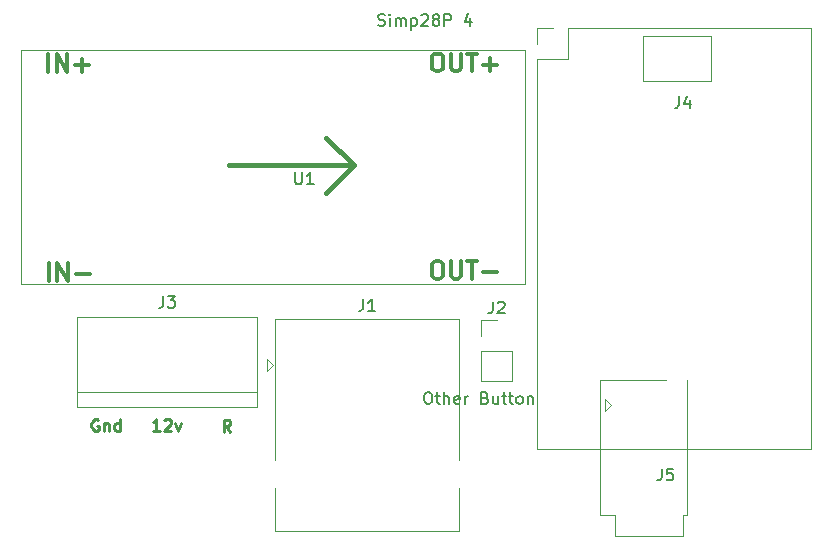
<source format=gbr>
G04 #@! TF.GenerationSoftware,KiCad,Pcbnew,(5.1.5)-3*
G04 #@! TF.CreationDate,2020-06-13T00:38:24-05:00*
G04 #@! TF.ProjectId,SimpleBuildSounds_28PinSound,53696d70-6c65-4427-9569-6c64536f756e,rev?*
G04 #@! TF.SameCoordinates,Original*
G04 #@! TF.FileFunction,Legend,Top*
G04 #@! TF.FilePolarity,Positive*
%FSLAX46Y46*%
G04 Gerber Fmt 4.6, Leading zero omitted, Abs format (unit mm)*
G04 Created by KiCad (PCBNEW (5.1.5)-3) date 2020-06-13 00:38:24*
%MOMM*%
%LPD*%
G04 APERTURE LIST*
%ADD10C,0.223800*%
%ADD11C,0.381000*%
%ADD12C,0.300000*%
%ADD13C,0.149860*%
%ADD14C,0.120000*%
%ADD15C,0.150000*%
G04 APERTURE END LIST*
D10*
X151889409Y-86121752D02*
X151550276Y-85637276D01*
X151308038Y-86121752D02*
X151308038Y-85104352D01*
X151695619Y-85104352D01*
X151792514Y-85152800D01*
X151840961Y-85201247D01*
X151889409Y-85298142D01*
X151889409Y-85443485D01*
X151840961Y-85540380D01*
X151792514Y-85588828D01*
X151695619Y-85637276D01*
X151308038Y-85637276D01*
D11*
X159956500Y-65913000D02*
X162306000Y-63563500D01*
X159956500Y-61214000D02*
X162306000Y-63563500D01*
X151765000Y-63563500D02*
X162306000Y-63563500D01*
D10*
X140696957Y-85089300D02*
X140600061Y-85040852D01*
X140454719Y-85040852D01*
X140309376Y-85089300D01*
X140212480Y-85186195D01*
X140164033Y-85283090D01*
X140115585Y-85476880D01*
X140115585Y-85622223D01*
X140164033Y-85816014D01*
X140212480Y-85912909D01*
X140309376Y-86009804D01*
X140454719Y-86058252D01*
X140551614Y-86058252D01*
X140696957Y-86009804D01*
X140745404Y-85961357D01*
X140745404Y-85622223D01*
X140551614Y-85622223D01*
X141181433Y-85379985D02*
X141181433Y-86058252D01*
X141181433Y-85476880D02*
X141229880Y-85428433D01*
X141326776Y-85379985D01*
X141472119Y-85379985D01*
X141569014Y-85428433D01*
X141617461Y-85525328D01*
X141617461Y-86058252D01*
X142537966Y-86058252D02*
X142537966Y-85040852D01*
X142537966Y-86009804D02*
X142441071Y-86058252D01*
X142247280Y-86058252D01*
X142150385Y-86009804D01*
X142101938Y-85961357D01*
X142053490Y-85864461D01*
X142053490Y-85573776D01*
X142101938Y-85476880D01*
X142150385Y-85428433D01*
X142247280Y-85379985D01*
X142441071Y-85379985D01*
X142537966Y-85428433D01*
D12*
X169275428Y-71695571D02*
X169561142Y-71695571D01*
X169704000Y-71767000D01*
X169846857Y-71909857D01*
X169918285Y-72195571D01*
X169918285Y-72695571D01*
X169846857Y-72981285D01*
X169704000Y-73124142D01*
X169561142Y-73195571D01*
X169275428Y-73195571D01*
X169132571Y-73124142D01*
X168989714Y-72981285D01*
X168918285Y-72695571D01*
X168918285Y-72195571D01*
X168989714Y-71909857D01*
X169132571Y-71767000D01*
X169275428Y-71695571D01*
X170561142Y-71695571D02*
X170561142Y-72909857D01*
X170632571Y-73052714D01*
X170704000Y-73124142D01*
X170846857Y-73195571D01*
X171132571Y-73195571D01*
X171275428Y-73124142D01*
X171346857Y-73052714D01*
X171418285Y-72909857D01*
X171418285Y-71695571D01*
X171918285Y-71695571D02*
X172775428Y-71695571D01*
X172346857Y-73195571D02*
X172346857Y-71695571D01*
X173275428Y-72624142D02*
X174418285Y-72624142D01*
X169275428Y-54106071D02*
X169561142Y-54106071D01*
X169704000Y-54177500D01*
X169846857Y-54320357D01*
X169918285Y-54606071D01*
X169918285Y-55106071D01*
X169846857Y-55391785D01*
X169704000Y-55534642D01*
X169561142Y-55606071D01*
X169275428Y-55606071D01*
X169132571Y-55534642D01*
X168989714Y-55391785D01*
X168918285Y-55106071D01*
X168918285Y-54606071D01*
X168989714Y-54320357D01*
X169132571Y-54177500D01*
X169275428Y-54106071D01*
X170561142Y-54106071D02*
X170561142Y-55320357D01*
X170632571Y-55463214D01*
X170704000Y-55534642D01*
X170846857Y-55606071D01*
X171132571Y-55606071D01*
X171275428Y-55534642D01*
X171346857Y-55463214D01*
X171418285Y-55320357D01*
X171418285Y-54106071D01*
X171918285Y-54106071D02*
X172775428Y-54106071D01*
X172346857Y-55606071D02*
X172346857Y-54106071D01*
X173275428Y-55034642D02*
X174418285Y-55034642D01*
X173846857Y-55606071D02*
X173846857Y-54463214D01*
X136461714Y-55669571D02*
X136461714Y-54169571D01*
X137176000Y-55669571D02*
X137176000Y-54169571D01*
X138033142Y-55669571D01*
X138033142Y-54169571D01*
X138747428Y-55098142D02*
X139890285Y-55098142D01*
X139318857Y-55669571D02*
X139318857Y-54526714D01*
X136525214Y-73322571D02*
X136525214Y-71822571D01*
X137239500Y-73322571D02*
X137239500Y-71822571D01*
X138096642Y-73322571D01*
X138096642Y-71822571D01*
X138810928Y-72751142D02*
X139953785Y-72751142D01*
D10*
X145913128Y-86058252D02*
X145331757Y-86058252D01*
X145622442Y-86058252D02*
X145622442Y-85040852D01*
X145525547Y-85186195D01*
X145428652Y-85283090D01*
X145331757Y-85331538D01*
X146300709Y-85137747D02*
X146349157Y-85089300D01*
X146446052Y-85040852D01*
X146688290Y-85040852D01*
X146785185Y-85089300D01*
X146833633Y-85137747D01*
X146882080Y-85234642D01*
X146882080Y-85331538D01*
X146833633Y-85476880D01*
X146252261Y-86058252D01*
X146882080Y-86058252D01*
X147221214Y-85379985D02*
X147463452Y-86058252D01*
X147705690Y-85379985D01*
D13*
X164386126Y-51712761D02*
X164528983Y-51760380D01*
X164767078Y-51760380D01*
X164862316Y-51712761D01*
X164909935Y-51665142D01*
X164957554Y-51569904D01*
X164957554Y-51474666D01*
X164909935Y-51379428D01*
X164862316Y-51331809D01*
X164767078Y-51284190D01*
X164576602Y-51236571D01*
X164481364Y-51188952D01*
X164433745Y-51141333D01*
X164386126Y-51046095D01*
X164386126Y-50950857D01*
X164433745Y-50855619D01*
X164481364Y-50808001D01*
X164576602Y-50760382D01*
X164814697Y-50760382D01*
X164957554Y-50808001D01*
X165386124Y-51760380D02*
X165386124Y-51093714D01*
X165386124Y-50760382D02*
X165338506Y-50808001D01*
X165386124Y-50855619D01*
X165433743Y-50808001D01*
X165386124Y-50760382D01*
X165386124Y-50855619D01*
X165862314Y-51760380D02*
X165862314Y-51093714D01*
X165862314Y-51188952D02*
X165909933Y-51141333D01*
X166005171Y-51093714D01*
X166148028Y-51093714D01*
X166243266Y-51141333D01*
X166290885Y-51236571D01*
X166290885Y-51760380D01*
X166290885Y-51236571D02*
X166338504Y-51141333D01*
X166433741Y-51093714D01*
X166576598Y-51093714D01*
X166671836Y-51141333D01*
X166719455Y-51236571D01*
X166719455Y-51760380D01*
X167195645Y-51093714D02*
X167195645Y-52093712D01*
X167195645Y-51141333D02*
X167290883Y-51093714D01*
X167481358Y-51093714D01*
X167576596Y-51141333D01*
X167624215Y-51188952D01*
X167671834Y-51284190D01*
X167671834Y-51569904D01*
X167624215Y-51665142D01*
X167576596Y-51712761D01*
X167481358Y-51760380D01*
X167290883Y-51760380D01*
X167195645Y-51712761D01*
X168052786Y-50855619D02*
X168100405Y-50808001D01*
X168195643Y-50760382D01*
X168433737Y-50760382D01*
X168528975Y-50808001D01*
X168576594Y-50855619D01*
X168624213Y-50950857D01*
X168624213Y-51046095D01*
X168576594Y-51188952D01*
X168005167Y-51760380D01*
X168624213Y-51760380D01*
X169195641Y-51188952D02*
X169100403Y-51141333D01*
X169052784Y-51093714D01*
X169005165Y-50998476D01*
X169005165Y-50950857D01*
X169052784Y-50855619D01*
X169100403Y-50808001D01*
X169195641Y-50760382D01*
X169386116Y-50760382D01*
X169481354Y-50808001D01*
X169528973Y-50855619D01*
X169576592Y-50950857D01*
X169576592Y-50998476D01*
X169528973Y-51093714D01*
X169481354Y-51141333D01*
X169386116Y-51188952D01*
X169195641Y-51188952D01*
X169100403Y-51236571D01*
X169052784Y-51284190D01*
X169005165Y-51379428D01*
X169005165Y-51569904D01*
X169052784Y-51665142D01*
X169100403Y-51712761D01*
X169195641Y-51760380D01*
X169386116Y-51760380D01*
X169481354Y-51712761D01*
X169528973Y-51665142D01*
X169576592Y-51569904D01*
X169576592Y-51379428D01*
X169528973Y-51284190D01*
X169481354Y-51236571D01*
X169386116Y-51188952D01*
X170005163Y-51760380D02*
X170005163Y-50760382D01*
X170386114Y-50760382D01*
X170481352Y-50808001D01*
X170528971Y-50855619D01*
X170576590Y-50950857D01*
X170576590Y-51093714D01*
X170528971Y-51188952D01*
X170481352Y-51236571D01*
X170386114Y-51284190D01*
X170005163Y-51284190D01*
X172195635Y-51093714D02*
X172195635Y-51760380D01*
X171957540Y-50712763D02*
X171719445Y-51427047D01*
X172338492Y-51427047D01*
D14*
X171209000Y-76574500D02*
X171209000Y-88514500D01*
X171208700Y-90890200D02*
X171208700Y-94530200D01*
X155689000Y-76574500D02*
X155689000Y-88514500D01*
X171209000Y-76574500D02*
X155689000Y-76574500D01*
X155689000Y-90894500D02*
X155689000Y-94534500D01*
X155689000Y-94534500D02*
X171209000Y-94534500D01*
X155504000Y-80454500D02*
X155004000Y-79954500D01*
X155004000Y-79954500D02*
X155004000Y-80954500D01*
X155004000Y-80954500D02*
X155504000Y-80454500D01*
X186817000Y-56451500D02*
X186817000Y-52641500D01*
X192532000Y-56451500D02*
X186817000Y-56451500D01*
X192532000Y-52641500D02*
X192532000Y-56451500D01*
X186817000Y-52641500D02*
X192532000Y-52641500D01*
X177867000Y-51946500D02*
X179197000Y-51946500D01*
X177867000Y-53276500D02*
X177867000Y-51946500D01*
X180467000Y-51946500D02*
X201067000Y-51946500D01*
X180467000Y-54546500D02*
X180467000Y-51946500D01*
X177867000Y-54546500D02*
X180467000Y-54546500D01*
X201067000Y-51946500D02*
X201067000Y-87626500D01*
X177867000Y-54546500D02*
X177867000Y-87626500D01*
X177867000Y-87626500D02*
X201067000Y-87626500D01*
X154114500Y-82740500D02*
X138874500Y-82740500D01*
X154114500Y-84010500D02*
X154114500Y-76390500D01*
X154114500Y-76390500D02*
X138874500Y-76390500D01*
X138874500Y-76390500D02*
X138874500Y-84010500D01*
X138874500Y-84010500D02*
X154114500Y-84010500D01*
X190211000Y-93183500D02*
X190211000Y-94967500D01*
X184411000Y-93183500D02*
X184411000Y-94967500D01*
X183211000Y-93183500D02*
X183211000Y-81783500D01*
X184411000Y-94967500D02*
X190211000Y-94967500D01*
X190511000Y-93183500D02*
X190211000Y-93183500D01*
X184411000Y-93183500D02*
X183211000Y-93183500D01*
X188760100Y-81775300D02*
X183211000Y-81783500D01*
X190511000Y-93183500D02*
X190511000Y-81783500D01*
X184131100Y-83858100D02*
X183631100Y-83358100D01*
X183631100Y-83358100D02*
X183631100Y-84358100D01*
X183631100Y-84358100D02*
X184131100Y-83858100D01*
X173104500Y-81848000D02*
X175764500Y-81848000D01*
X173104500Y-79248000D02*
X173104500Y-81848000D01*
X175764500Y-79248000D02*
X175764500Y-81848000D01*
X173104500Y-79248000D02*
X175764500Y-79248000D01*
X173104500Y-77978000D02*
X173104500Y-76648000D01*
X173104500Y-76648000D02*
X174434500Y-76648000D01*
X176784000Y-53784500D02*
X134112000Y-53784500D01*
X176784000Y-73596500D02*
X176784000Y-53784500D01*
X134112000Y-73596500D02*
X176784000Y-73596500D01*
X134112000Y-53784500D02*
X134112000Y-73596500D01*
D15*
X163115666Y-74906880D02*
X163115666Y-75621166D01*
X163068047Y-75764023D01*
X162972809Y-75859261D01*
X162829952Y-75906880D01*
X162734714Y-75906880D01*
X164115666Y-75906880D02*
X163544238Y-75906880D01*
X163829952Y-75906880D02*
X163829952Y-74906880D01*
X163734714Y-75049738D01*
X163639476Y-75144976D01*
X163544238Y-75192595D01*
X189863666Y-57728880D02*
X189863666Y-58443166D01*
X189816047Y-58586023D01*
X189720809Y-58681261D01*
X189577952Y-58728880D01*
X189482714Y-58728880D01*
X190768428Y-58062214D02*
X190768428Y-58728880D01*
X190530333Y-57681261D02*
X190292238Y-58395547D01*
X190911285Y-58395547D01*
X146199266Y-74610980D02*
X146199266Y-75325266D01*
X146151647Y-75468123D01*
X146056409Y-75563361D01*
X145913552Y-75610980D01*
X145818314Y-75610980D01*
X146580219Y-74610980D02*
X147199266Y-74610980D01*
X146865933Y-74991933D01*
X147008790Y-74991933D01*
X147104028Y-75039552D01*
X147151647Y-75087171D01*
X147199266Y-75182409D01*
X147199266Y-75420504D01*
X147151647Y-75515742D01*
X147104028Y-75563361D01*
X147008790Y-75610980D01*
X146723076Y-75610980D01*
X146627838Y-75563361D01*
X146580219Y-75515742D01*
X188388666Y-89241380D02*
X188388666Y-89955666D01*
X188341047Y-90098523D01*
X188245809Y-90193761D01*
X188102952Y-90241380D01*
X188007714Y-90241380D01*
X189341047Y-89241380D02*
X188864857Y-89241380D01*
X188817238Y-89717571D01*
X188864857Y-89669952D01*
X188960095Y-89622333D01*
X189198190Y-89622333D01*
X189293428Y-89669952D01*
X189341047Y-89717571D01*
X189388666Y-89812809D01*
X189388666Y-90050904D01*
X189341047Y-90146142D01*
X189293428Y-90193761D01*
X189198190Y-90241380D01*
X188960095Y-90241380D01*
X188864857Y-90193761D01*
X188817238Y-90146142D01*
X174101166Y-75100380D02*
X174101166Y-75814666D01*
X174053547Y-75957523D01*
X173958309Y-76052761D01*
X173815452Y-76100380D01*
X173720214Y-76100380D01*
X174529738Y-75195619D02*
X174577357Y-75148000D01*
X174672595Y-75100380D01*
X174910690Y-75100380D01*
X175005928Y-75148000D01*
X175053547Y-75195619D01*
X175101166Y-75290857D01*
X175101166Y-75386095D01*
X175053547Y-75528952D01*
X174482119Y-76100380D01*
X175101166Y-76100380D01*
X168529547Y-82764380D02*
X168720023Y-82764380D01*
X168815261Y-82812000D01*
X168910500Y-82907238D01*
X168958119Y-83097714D01*
X168958119Y-83431047D01*
X168910500Y-83621523D01*
X168815261Y-83716761D01*
X168720023Y-83764380D01*
X168529547Y-83764380D01*
X168434309Y-83716761D01*
X168339071Y-83621523D01*
X168291452Y-83431047D01*
X168291452Y-83097714D01*
X168339071Y-82907238D01*
X168434309Y-82812000D01*
X168529547Y-82764380D01*
X169243833Y-83097714D02*
X169624785Y-83097714D01*
X169386690Y-82764380D02*
X169386690Y-83621523D01*
X169434309Y-83716761D01*
X169529547Y-83764380D01*
X169624785Y-83764380D01*
X169958119Y-83764380D02*
X169958119Y-82764380D01*
X170386690Y-83764380D02*
X170386690Y-83240571D01*
X170339071Y-83145333D01*
X170243833Y-83097714D01*
X170100976Y-83097714D01*
X170005738Y-83145333D01*
X169958119Y-83192952D01*
X171243833Y-83716761D02*
X171148595Y-83764380D01*
X170958119Y-83764380D01*
X170862880Y-83716761D01*
X170815261Y-83621523D01*
X170815261Y-83240571D01*
X170862880Y-83145333D01*
X170958119Y-83097714D01*
X171148595Y-83097714D01*
X171243833Y-83145333D01*
X171291452Y-83240571D01*
X171291452Y-83335809D01*
X170815261Y-83431047D01*
X171720023Y-83764380D02*
X171720023Y-83097714D01*
X171720023Y-83288190D02*
X171767642Y-83192952D01*
X171815261Y-83145333D01*
X171910500Y-83097714D01*
X172005738Y-83097714D01*
X173434309Y-83240571D02*
X173577166Y-83288190D01*
X173624785Y-83335809D01*
X173672404Y-83431047D01*
X173672404Y-83573904D01*
X173624785Y-83669142D01*
X173577166Y-83716761D01*
X173481928Y-83764380D01*
X173100976Y-83764380D01*
X173100976Y-82764380D01*
X173434309Y-82764380D01*
X173529547Y-82812000D01*
X173577166Y-82859619D01*
X173624785Y-82954857D01*
X173624785Y-83050095D01*
X173577166Y-83145333D01*
X173529547Y-83192952D01*
X173434309Y-83240571D01*
X173100976Y-83240571D01*
X174529547Y-83097714D02*
X174529547Y-83764380D01*
X174100976Y-83097714D02*
X174100976Y-83621523D01*
X174148595Y-83716761D01*
X174243833Y-83764380D01*
X174386690Y-83764380D01*
X174481928Y-83716761D01*
X174529547Y-83669142D01*
X174862880Y-83097714D02*
X175243833Y-83097714D01*
X175005738Y-82764380D02*
X175005738Y-83621523D01*
X175053357Y-83716761D01*
X175148595Y-83764380D01*
X175243833Y-83764380D01*
X175434309Y-83097714D02*
X175815261Y-83097714D01*
X175577166Y-82764380D02*
X175577166Y-83621523D01*
X175624785Y-83716761D01*
X175720023Y-83764380D01*
X175815261Y-83764380D01*
X176291452Y-83764380D02*
X176196214Y-83716761D01*
X176148595Y-83669142D01*
X176100976Y-83573904D01*
X176100976Y-83288190D01*
X176148595Y-83192952D01*
X176196214Y-83145333D01*
X176291452Y-83097714D01*
X176434309Y-83097714D01*
X176529547Y-83145333D01*
X176577166Y-83192952D01*
X176624785Y-83288190D01*
X176624785Y-83573904D01*
X176577166Y-83669142D01*
X176529547Y-83716761D01*
X176434309Y-83764380D01*
X176291452Y-83764380D01*
X177053357Y-83097714D02*
X177053357Y-83764380D01*
X177053357Y-83192952D02*
X177100976Y-83145333D01*
X177196214Y-83097714D01*
X177339071Y-83097714D01*
X177434309Y-83145333D01*
X177481928Y-83240571D01*
X177481928Y-83764380D01*
X157353095Y-64158880D02*
X157353095Y-64968404D01*
X157400714Y-65063642D01*
X157448333Y-65111261D01*
X157543571Y-65158880D01*
X157734047Y-65158880D01*
X157829285Y-65111261D01*
X157876904Y-65063642D01*
X157924523Y-64968404D01*
X157924523Y-64158880D01*
X158924523Y-65158880D02*
X158353095Y-65158880D01*
X158638809Y-65158880D02*
X158638809Y-64158880D01*
X158543571Y-64301738D01*
X158448333Y-64396976D01*
X158353095Y-64444595D01*
M02*

</source>
